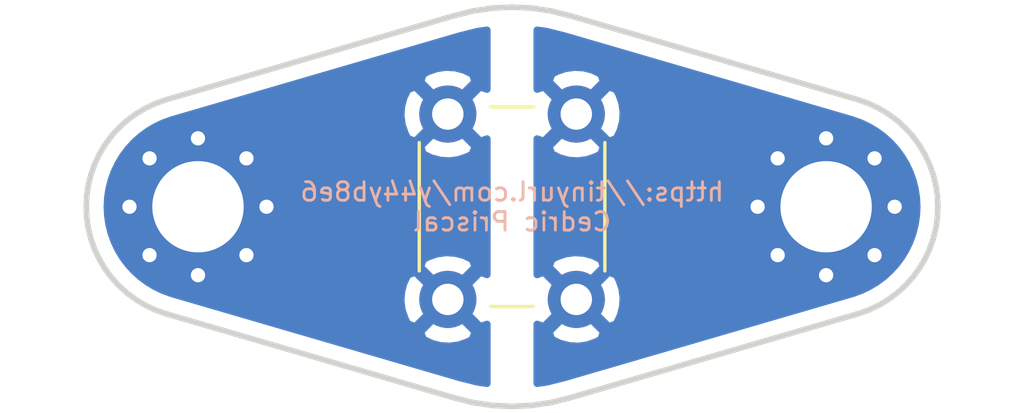
<source format=kicad_pcb>
(kicad_pcb (version 20171130) (host pcbnew 5.1.6-c6e7f7d~87~ubuntu18.04.1)

  (general
    (thickness 1.6)
    (drawings 74)
    (tracks 0)
    (zones 0)
    (modules 3)
    (nets 3)
  )

  (page A4)
  (layers
    (0 F.Cu signal)
    (31 B.Cu signal)
    (32 B.Adhes user)
    (33 F.Adhes user)
    (34 B.Paste user)
    (35 F.Paste user)
    (36 B.SilkS user)
    (37 F.SilkS user)
    (38 B.Mask user)
    (39 F.Mask user)
    (40 Dwgs.User user)
    (41 Cmts.User user)
    (42 Eco1.User user)
    (43 Eco2.User user)
    (44 Edge.Cuts user)
    (45 Margin user)
    (46 B.CrtYd user)
    (47 F.CrtYd user)
    (48 B.Fab user)
    (49 F.Fab user)
  )

  (setup
    (last_trace_width 0.25)
    (trace_clearance 0.2)
    (zone_clearance 0.508)
    (zone_45_only no)
    (trace_min 0.2)
    (via_size 0.8)
    (via_drill 0.4)
    (via_min_size 0.4)
    (via_min_drill 0.3)
    (uvia_size 0.3)
    (uvia_drill 0.1)
    (uvias_allowed no)
    (uvia_min_size 0.2)
    (uvia_min_drill 0.1)
    (edge_width 0.05)
    (segment_width 0.2)
    (pcb_text_width 0.3)
    (pcb_text_size 1.5 1.5)
    (mod_edge_width 0.12)
    (mod_text_size 1 1)
    (mod_text_width 0.15)
    (pad_size 1.1 1.1)
    (pad_drill 1.1)
    (pad_to_mask_clearance 0.05)
    (aux_axis_origin 156.21 87.63)
    (grid_origin 156.21 87.63)
    (visible_elements FFFFFF7F)
    (pcbplotparams
      (layerselection 0x00000_7fffffff)
      (usegerberextensions false)
      (usegerberattributes true)
      (usegerberadvancedattributes true)
      (creategerberjobfile true)
      (excludeedgelayer true)
      (linewidth 0.100000)
      (plotframeref false)
      (viasonmask false)
      (mode 1)
      (useauxorigin true)
      (hpglpennumber 1)
      (hpglpenspeed 20)
      (hpglpendiameter 15.000000)
      (psnegative false)
      (psa4output false)
      (plotreference false)
      (plotvalue false)
      (plotinvisibletext false)
      (padsonsilk true)
      (subtractmaskfromsilk false)
      (outputformat 1)
      (mirror false)
      (drillshape 0)
      (scaleselection 1)
      (outputdirectory "gerber/"))
  )

  (net 0 "")
  (net 1 "Net-(H1-Pad1)")
  (net 2 "Net-(H2-Pad1)")

  (net_class Default "This is the default net class."
    (clearance 0.2)
    (trace_width 0.25)
    (via_dia 0.8)
    (via_drill 0.4)
    (uvia_dia 0.3)
    (uvia_drill 0.1)
    (add_net "Net-(H1-Pad1)")
    (add_net "Net-(H2-Pad1)")
  )

  (module MountingHole:MountingHole_3.2mm_M3_Pad_Via (layer F.Cu) (tedit 56DDBCCA) (tstamp 5F40AF75)
    (at 167.21 87.63)
    (descr "Mounting Hole 3.2mm, M3")
    (tags "mounting hole 3.2mm m3")
    (path /5F4076C1)
    (attr virtual)
    (fp_text reference H2 (at 0 -4.2) (layer F.SilkS) hide
      (effects (font (size 1 1) (thickness 0.15)))
    )
    (fp_text value MountingHole_Pad (at 0 4.2) (layer F.Fab)
      (effects (font (size 1 1) (thickness 0.15)))
    )
    (fp_text user %R (at 0.3 0) (layer F.Fab)
      (effects (font (size 1 1) (thickness 0.15)))
    )
    (fp_circle (center 0 0) (end 3.2 0) (layer Cmts.User) (width 0.15))
    (fp_circle (center 0 0) (end 3.45 0) (layer F.CrtYd) (width 0.05))
    (pad 1 thru_hole circle (at 1.697056 -1.697056) (size 0.8 0.8) (drill 0.5) (layers *.Cu *.Mask)
      (net 2 "Net-(H2-Pad1)"))
    (pad 1 thru_hole circle (at 0 -2.4) (size 0.8 0.8) (drill 0.5) (layers *.Cu *.Mask)
      (net 2 "Net-(H2-Pad1)"))
    (pad 1 thru_hole circle (at -1.697056 -1.697056) (size 0.8 0.8) (drill 0.5) (layers *.Cu *.Mask)
      (net 2 "Net-(H2-Pad1)"))
    (pad 1 thru_hole circle (at -2.4 0) (size 0.8 0.8) (drill 0.5) (layers *.Cu *.Mask)
      (net 2 "Net-(H2-Pad1)"))
    (pad 1 thru_hole circle (at -1.697056 1.697056) (size 0.8 0.8) (drill 0.5) (layers *.Cu *.Mask)
      (net 2 "Net-(H2-Pad1)"))
    (pad 1 thru_hole circle (at 0 2.4) (size 0.8 0.8) (drill 0.5) (layers *.Cu *.Mask)
      (net 2 "Net-(H2-Pad1)"))
    (pad 1 thru_hole circle (at 1.697056 1.697056) (size 0.8 0.8) (drill 0.5) (layers *.Cu *.Mask)
      (net 2 "Net-(H2-Pad1)"))
    (pad 1 thru_hole circle (at 2.4 0) (size 0.8 0.8) (drill 0.5) (layers *.Cu *.Mask)
      (net 2 "Net-(H2-Pad1)"))
    (pad 1 thru_hole circle (at 0 0) (size 6.4 6.4) (drill 3.2) (layers *.Cu *.Mask)
      (net 2 "Net-(H2-Pad1)"))
  )

  (module MountingHole:MountingHole_3.2mm_M3_Pad_Via (layer F.Cu) (tedit 56DDBCCA) (tstamp 5F40AF6D)
    (at 145.21 87.63)
    (descr "Mounting Hole 3.2mm, M3")
    (tags "mounting hole 3.2mm m3")
    (path /5F4071D4)
    (attr virtual)
    (fp_text reference H1 (at 0 -4.2) (layer F.SilkS) hide
      (effects (font (size 1 1) (thickness 0.15)))
    )
    (fp_text value MountingHole_Pad (at 0 4.2) (layer F.Fab)
      (effects (font (size 1 1) (thickness 0.15)))
    )
    (fp_text user %R (at 0.3 0) (layer F.Fab)
      (effects (font (size 1 1) (thickness 0.15)))
    )
    (fp_circle (center 0 0) (end 3.2 0) (layer Cmts.User) (width 0.15))
    (fp_circle (center 0 0) (end 3.45 0) (layer F.CrtYd) (width 0.05))
    (pad 1 thru_hole circle (at 1.697056 -1.697056) (size 0.8 0.8) (drill 0.5) (layers *.Cu *.Mask)
      (net 1 "Net-(H1-Pad1)"))
    (pad 1 thru_hole circle (at 0 -2.4) (size 0.8 0.8) (drill 0.5) (layers *.Cu *.Mask)
      (net 1 "Net-(H1-Pad1)"))
    (pad 1 thru_hole circle (at -1.697056 -1.697056) (size 0.8 0.8) (drill 0.5) (layers *.Cu *.Mask)
      (net 1 "Net-(H1-Pad1)"))
    (pad 1 thru_hole circle (at -2.4 0) (size 0.8 0.8) (drill 0.5) (layers *.Cu *.Mask)
      (net 1 "Net-(H1-Pad1)"))
    (pad 1 thru_hole circle (at -1.697056 1.697056) (size 0.8 0.8) (drill 0.5) (layers *.Cu *.Mask)
      (net 1 "Net-(H1-Pad1)"))
    (pad 1 thru_hole circle (at 0 2.4) (size 0.8 0.8) (drill 0.5) (layers *.Cu *.Mask)
      (net 1 "Net-(H1-Pad1)"))
    (pad 1 thru_hole circle (at 1.697056 1.697056) (size 0.8 0.8) (drill 0.5) (layers *.Cu *.Mask)
      (net 1 "Net-(H1-Pad1)"))
    (pad 1 thru_hole circle (at 2.4 0) (size 0.8 0.8) (drill 0.5) (layers *.Cu *.Mask)
      (net 1 "Net-(H1-Pad1)"))
    (pad 1 thru_hole circle (at 0 0) (size 6.4 6.4) (drill 3.2) (layers *.Cu *.Mask)
      (net 1 "Net-(H1-Pad1)"))
  )

  (module Button_Switch_THT:SW_PUSH_6mm (layer F.Cu) (tedit 5A02FE31) (tstamp 5F40AF94)
    (at 153.96 90.88 90)
    (descr https://www.omron.com/ecb/products/pdf/en-b3f.pdf)
    (tags "tact sw push 6mm")
    (path /5F406BA4)
    (fp_text reference SW1 (at 3.25 -2 90) (layer F.SilkS) hide
      (effects (font (size 1 1) (thickness 0.15)))
    )
    (fp_text value SW_Push_Dual (at 3.75 6.7 90) (layer F.Fab)
      (effects (font (size 1 1) (thickness 0.15)))
    )
    (fp_text user %R (at 3.25 2.25 90) (layer F.Fab)
      (effects (font (size 1 1) (thickness 0.15)))
    )
    (fp_line (start 3.25 -0.75) (end 6.25 -0.75) (layer F.Fab) (width 0.1))
    (fp_line (start 6.25 -0.75) (end 6.25 5.25) (layer F.Fab) (width 0.1))
    (fp_line (start 6.25 5.25) (end 0.25 5.25) (layer F.Fab) (width 0.1))
    (fp_line (start 0.25 5.25) (end 0.25 -0.75) (layer F.Fab) (width 0.1))
    (fp_line (start 0.25 -0.75) (end 3.25 -0.75) (layer F.Fab) (width 0.1))
    (fp_line (start 7.75 6) (end 8 6) (layer F.CrtYd) (width 0.05))
    (fp_line (start 8 6) (end 8 5.75) (layer F.CrtYd) (width 0.05))
    (fp_line (start 7.75 -1.5) (end 8 -1.5) (layer F.CrtYd) (width 0.05))
    (fp_line (start 8 -1.5) (end 8 -1.25) (layer F.CrtYd) (width 0.05))
    (fp_line (start -1.5 -1.25) (end -1.5 -1.5) (layer F.CrtYd) (width 0.05))
    (fp_line (start -1.5 -1.5) (end -1.25 -1.5) (layer F.CrtYd) (width 0.05))
    (fp_line (start -1.5 5.75) (end -1.5 6) (layer F.CrtYd) (width 0.05))
    (fp_line (start -1.5 6) (end -1.25 6) (layer F.CrtYd) (width 0.05))
    (fp_line (start -1.25 -1.5) (end 7.75 -1.5) (layer F.CrtYd) (width 0.05))
    (fp_line (start -1.5 5.75) (end -1.5 -1.25) (layer F.CrtYd) (width 0.05))
    (fp_line (start 7.75 6) (end -1.25 6) (layer F.CrtYd) (width 0.05))
    (fp_line (start 8 -1.25) (end 8 5.75) (layer F.CrtYd) (width 0.05))
    (fp_line (start 1 5.5) (end 5.5 5.5) (layer F.SilkS) (width 0.12))
    (fp_line (start -0.25 1.5) (end -0.25 3) (layer F.SilkS) (width 0.12))
    (fp_line (start 5.5 -1) (end 1 -1) (layer F.SilkS) (width 0.12))
    (fp_line (start 6.75 3) (end 6.75 1.5) (layer F.SilkS) (width 0.12))
    (fp_circle (center 3.25 2.25) (end 1.25 2.5) (layer F.Fab) (width 0.1))
    (pad 1 thru_hole circle (at 6.5 0 180) (size 2 2) (drill 1.1) (layers *.Cu *.Mask)
      (net 1 "Net-(H1-Pad1)"))
    (pad 2 thru_hole circle (at 6.5 4.5 180) (size 2 2) (drill 1.1) (layers *.Cu *.Mask)
      (net 2 "Net-(H2-Pad1)"))
    (pad 1 thru_hole circle (at 0 0 180) (size 2 2) (drill 1.1) (layers *.Cu *.Mask)
      (net 1 "Net-(H1-Pad1)"))
    (pad 2 thru_hole circle (at 0 4.5 180) (size 2 2) (drill 1.1) (layers *.Cu *.Mask)
      (net 2 "Net-(H2-Pad1)"))
    (model ${KISYS3DMOD}/Button_Switch_THT.3dshapes/SW_PUSH_6mm.wrl
      (at (xyz 0 0 0))
      (scale (xyz 1 1 1))
      (rotate (xyz 0 0 0))
    )
  )

  (gr_text "https://tinyurl.com/y44yb8e6\nCedric Priscal" (at 156.21 87.63) (layer B.SilkS)
    (effects (font (size 0.65 0.65) (thickness 0.1)) (justify mirror))
  )
  (gr_circle (center 156.21 87.63) (end 157.96 87.63) (layer F.Fab) (width 0.15))
  (gr_line (start 153.21 90.63) (end 153.21 84.63) (layer F.Fab) (width 0.15) (tstamp 5F40AEF2))
  (gr_line (start 159.21 90.63) (end 153.21 90.63) (layer F.Fab) (width 0.15))
  (gr_line (start 159.21 84.63) (end 159.21 90.63) (layer F.Fab) (width 0.15))
  (gr_line (start 153.21 84.63) (end 159.21 84.63) (layer F.Fab) (width 0.15))
  (gr_line (start 156.21 94.63) (end 156.896111 94.59628) (layer Edge.Cuts) (width 0.2))
  (gr_line (start 155.523889 94.59628) (end 156.21 94.63) (layer Edge.Cuts) (width 0.2))
  (gr_line (start 154.84437 94.49549) (end 155.523889 94.59628) (layer Edge.Cuts) (width 0.2))
  (gr_line (start 154.17802 94.32858) (end 154.84437 94.49549) (layer Edge.Cuts) (width 0.2))
  (gr_line (start 144.0733 91.37721) (end 154.17802 94.32858) (layer Edge.Cuts) (width 0.2))
  (gr_line (start 143.7115 91.24775) (end 144.0733 91.37721) (layer Edge.Cuts) (width 0.2))
  (gr_line (start 143.3641 91.08345) (end 143.7115 91.24775) (layer Edge.Cuts) (width 0.2))
  (gr_line (start 143.0345 90.88589) (end 143.3641 91.08345) (layer Edge.Cuts) (width 0.2))
  (gr_line (start 142.7258 90.65698) (end 143.0345 90.88589) (layer Edge.Cuts) (width 0.2))
  (gr_line (start 142.4411 90.39891) (end 142.7258 90.65698) (layer Edge.Cuts) (width 0.2))
  (gr_line (start 142.183 90.11418) (end 142.4411 90.39891) (layer Edge.Cuts) (width 0.2))
  (gr_line (start 141.9541 89.80551) (end 142.183 90.11418) (layer Edge.Cuts) (width 0.2))
  (gr_line (start 141.7566 89.4759) (end 141.9541 89.80551) (layer Edge.Cuts) (width 0.2))
  (gr_line (start 141.5922 89.12852) (end 141.7566 89.4759) (layer Edge.Cuts) (width 0.2))
  (gr_line (start 141.4628 88.7667) (end 141.5922 89.12852) (layer Edge.Cuts) (width 0.2))
  (gr_line (start 141.3694 88.393931) (end 141.4628 88.7667) (layer Edge.Cuts) (width 0.2))
  (gr_line (start 141.313 88.013804) (end 141.3694 88.393931) (layer Edge.Cuts) (width 0.2))
  (gr_line (start 141.2942 87.63) (end 141.313 88.013804) (layer Edge.Cuts) (width 0.2))
  (gr_line (start 141.313 87.246196) (end 141.2942 87.63) (layer Edge.Cuts) (width 0.2))
  (gr_line (start 141.3694 86.866069) (end 141.313 87.246196) (layer Edge.Cuts) (width 0.2))
  (gr_line (start 141.4628 86.4933) (end 141.3694 86.866069) (layer Edge.Cuts) (width 0.2))
  (gr_line (start 141.5922 86.13148) (end 141.4628 86.4933) (layer Edge.Cuts) (width 0.2))
  (gr_line (start 141.7566 85.7841) (end 141.5922 86.13148) (layer Edge.Cuts) (width 0.2))
  (gr_line (start 141.9541 85.45449) (end 141.7566 85.7841) (layer Edge.Cuts) (width 0.2))
  (gr_line (start 142.183 85.14582) (end 141.9541 85.45449) (layer Edge.Cuts) (width 0.2))
  (gr_line (start 142.4411 84.86109) (end 142.183 85.14582) (layer Edge.Cuts) (width 0.2))
  (gr_line (start 142.7258 84.60302) (end 142.4411 84.86109) (layer Edge.Cuts) (width 0.2))
  (gr_line (start 143.0345 84.37411) (end 142.7258 84.60302) (layer Edge.Cuts) (width 0.2))
  (gr_line (start 143.3641 84.17655) (end 143.0345 84.37411) (layer Edge.Cuts) (width 0.2))
  (gr_line (start 143.7115 84.01225) (end 143.3641 84.17655) (layer Edge.Cuts) (width 0.2))
  (gr_line (start 144.0733 83.88279) (end 143.7115 84.01225) (layer Edge.Cuts) (width 0.2))
  (gr_line (start 154.17802 80.93142) (end 144.0733 83.88279) (layer Edge.Cuts) (width 0.2))
  (gr_line (start 154.84437 80.76451) (end 154.17802 80.93142) (layer Edge.Cuts) (width 0.2))
  (gr_line (start 155.523889 80.66372) (end 154.84437 80.76451) (layer Edge.Cuts) (width 0.2))
  (gr_line (start 156.21 80.63) (end 155.523889 80.66372) (layer Edge.Cuts) (width 0.2))
  (gr_line (start 156.896111 80.66372) (end 156.21 80.63) (layer Edge.Cuts) (width 0.2))
  (gr_line (start 157.57563 80.76451) (end 156.896111 80.66372) (layer Edge.Cuts) (width 0.2))
  (gr_line (start 158.24198 80.93142) (end 157.57563 80.76451) (layer Edge.Cuts) (width 0.2))
  (gr_line (start 168.3467 83.88279) (end 158.24198 80.93142) (layer Edge.Cuts) (width 0.2))
  (gr_line (start 168.7085 84.01225) (end 168.3467 83.88279) (layer Edge.Cuts) (width 0.2))
  (gr_line (start 169.0559 84.17655) (end 168.7085 84.01225) (layer Edge.Cuts) (width 0.2))
  (gr_line (start 169.3855 84.37411) (end 169.0559 84.17655) (layer Edge.Cuts) (width 0.2))
  (gr_line (start 169.6942 84.60302) (end 169.3855 84.37411) (layer Edge.Cuts) (width 0.2))
  (gr_line (start 169.9789 84.86109) (end 169.6942 84.60302) (layer Edge.Cuts) (width 0.2))
  (gr_line (start 170.237 85.14582) (end 169.9789 84.86109) (layer Edge.Cuts) (width 0.2))
  (gr_line (start 170.4659 85.45449) (end 170.237 85.14582) (layer Edge.Cuts) (width 0.2))
  (gr_line (start 170.6634 85.7841) (end 170.4659 85.45449) (layer Edge.Cuts) (width 0.2))
  (gr_line (start 170.8278 86.13148) (end 170.6634 85.7841) (layer Edge.Cuts) (width 0.2))
  (gr_line (start 170.9572 86.4933) (end 170.8278 86.13148) (layer Edge.Cuts) (width 0.2))
  (gr_line (start 171.0506 86.866069) (end 170.9572 86.4933) (layer Edge.Cuts) (width 0.2))
  (gr_line (start 171.107 87.246196) (end 171.0506 86.866069) (layer Edge.Cuts) (width 0.2))
  (gr_line (start 171.1258 87.63) (end 171.107 87.246196) (layer Edge.Cuts) (width 0.2))
  (gr_line (start 171.107 88.013804) (end 171.1258 87.63) (layer Edge.Cuts) (width 0.2))
  (gr_line (start 171.0506 88.393931) (end 171.107 88.013804) (layer Edge.Cuts) (width 0.2))
  (gr_line (start 170.9572 88.7667) (end 171.0506 88.393931) (layer Edge.Cuts) (width 0.2))
  (gr_line (start 170.8278 89.12852) (end 170.9572 88.7667) (layer Edge.Cuts) (width 0.2))
  (gr_line (start 170.6634 89.4759) (end 170.8278 89.12852) (layer Edge.Cuts) (width 0.2))
  (gr_line (start 170.4659 89.80551) (end 170.6634 89.4759) (layer Edge.Cuts) (width 0.2))
  (gr_line (start 170.237 90.11418) (end 170.4659 89.80551) (layer Edge.Cuts) (width 0.2))
  (gr_line (start 169.9789 90.39891) (end 170.237 90.11418) (layer Edge.Cuts) (width 0.2))
  (gr_line (start 169.6942 90.65698) (end 169.9789 90.39891) (layer Edge.Cuts) (width 0.2))
  (gr_line (start 169.3855 90.88589) (end 169.6942 90.65698) (layer Edge.Cuts) (width 0.2))
  (gr_line (start 169.0559 91.08345) (end 169.3855 90.88589) (layer Edge.Cuts) (width 0.2))
  (gr_line (start 168.7085 91.24775) (end 169.0559 91.08345) (layer Edge.Cuts) (width 0.2))
  (gr_line (start 168.3467 91.37721) (end 168.7085 91.24775) (layer Edge.Cuts) (width 0.2))
  (gr_line (start 158.24198 94.32858) (end 168.3467 91.37721) (layer Edge.Cuts) (width 0.2))
  (gr_line (start 157.57563 94.49549) (end 158.24198 94.32858) (layer Edge.Cuts) (width 0.2))
  (gr_line (start 156.896111 94.59628) (end 157.57563 94.49549) (layer Edge.Cuts) (width 0.2))

  (zone (net 1) (net_name "Net-(H1-Pad1)") (layer B.Cu) (tstamp 5F49A9AB) (hatch edge 0.508)
    (connect_pads (clearance 0.508))
    (min_thickness 0.254)
    (fill yes (arc_segments 32) (thermal_gap 0.508) (thermal_bridge_width 0.508))
    (polygon
      (pts
        (xy 155.46 94.88) (xy 140.96 94.88) (xy 140.96 80.38) (xy 155.46 80.38)
      )
    )
    (filled_polygon
      (pts
        (xy 155.333 83.510244) (xy 155.095413 83.424192) (xy 154.139605 84.38) (xy 155.095413 85.335808) (xy 155.333 85.249756)
        (xy 155.333 90.010244) (xy 155.095413 89.924192) (xy 154.139605 90.88) (xy 155.095413 91.835808) (xy 155.333 91.749756)
        (xy 155.333 93.824926) (xy 154.987924 93.773742) (xy 154.370447 93.619073) (xy 148.879932 92.015413) (xy 153.004192 92.015413)
        (xy 153.099956 92.279814) (xy 153.389571 92.420704) (xy 153.701108 92.502384) (xy 154.022595 92.521718) (xy 154.341675 92.477961)
        (xy 154.646088 92.372795) (xy 154.820044 92.279814) (xy 154.915808 92.015413) (xy 153.96 91.059605) (xy 153.004192 92.015413)
        (xy 148.879932 92.015413) (xy 145.206881 90.942595) (xy 152.318282 90.942595) (xy 152.362039 91.261675) (xy 152.467205 91.566088)
        (xy 152.560186 91.740044) (xy 152.824587 91.835808) (xy 153.780395 90.88) (xy 152.824587 89.924192) (xy 152.560186 90.019956)
        (xy 152.419296 90.309571) (xy 152.337616 90.621108) (xy 152.318282 90.942595) (xy 145.206881 90.942595) (xy 144.300343 90.677815)
        (xy 143.993107 90.567879) (xy 143.710993 90.434455) (xy 143.443316 90.274012) (xy 143.192635 90.088124) (xy 142.961448 89.878562)
        (xy 142.840004 89.744587) (xy 153.004192 89.744587) (xy 153.96 90.700395) (xy 154.915808 89.744587) (xy 154.820044 89.480186)
        (xy 154.530429 89.339296) (xy 154.218892 89.257616) (xy 153.897405 89.238282) (xy 153.578325 89.282039) (xy 153.273912 89.387205)
        (xy 153.099956 89.480186) (xy 153.004192 89.744587) (xy 142.840004 89.744587) (xy 142.751848 89.647336) (xy 142.566009 89.396734)
        (xy 142.40557 89.128976) (xy 142.351554 89.014838) (xy 144.004767 89.014838) (xy 144.142724 89.315044) (xy 144.491967 89.490882)
        (xy 144.868804 89.595207) (xy 145.258753 89.624009) (xy 145.646828 89.576184) (xy 146.018116 89.453568) (xy 146.277276 89.315044)
        (xy 146.415233 89.014838) (xy 145.21 87.809605) (xy 144.004767 89.014838) (xy 142.351554 89.014838) (xy 142.272065 88.846878)
        (xy 142.167006 88.553121) (xy 142.091138 88.250324) (xy 142.04535 87.941714) (xy 142.03247 87.678753) (xy 143.215991 87.678753)
        (xy 143.263816 88.066828) (xy 143.386432 88.438116) (xy 143.524956 88.697276) (xy 143.825162 88.835233) (xy 145.030395 87.63)
        (xy 145.389605 87.63) (xy 146.594838 88.835233) (xy 146.895044 88.697276) (xy 147.070882 88.348033) (xy 147.175207 87.971196)
        (xy 147.204009 87.581247) (xy 147.156184 87.193172) (xy 147.033568 86.821884) (xy 146.895044 86.562724) (xy 146.594838 86.424767)
        (xy 145.389605 87.63) (xy 145.030395 87.63) (xy 143.825162 86.424767) (xy 143.524956 86.562724) (xy 143.349118 86.911967)
        (xy 143.244793 87.288804) (xy 143.215991 87.678753) (xy 142.03247 87.678753) (xy 142.030081 87.63) (xy 142.04535 87.318286)
        (xy 142.091138 87.009676) (xy 142.167006 86.706879) (xy 142.272065 86.413122) (xy 142.351553 86.245162) (xy 144.004767 86.245162)
        (xy 145.21 87.450395) (xy 146.415233 86.245162) (xy 146.277276 85.944956) (xy 145.928033 85.769118) (xy 145.551196 85.664793)
        (xy 145.161247 85.635991) (xy 144.773172 85.683816) (xy 144.401884 85.806432) (xy 144.142724 85.944956) (xy 144.004767 86.245162)
        (xy 142.351553 86.245162) (xy 142.40557 86.131024) (xy 142.566009 85.863266) (xy 142.751848 85.612664) (xy 142.840003 85.515413)
        (xy 153.004192 85.515413) (xy 153.099956 85.779814) (xy 153.389571 85.920704) (xy 153.701108 86.002384) (xy 154.022595 86.021718)
        (xy 154.341675 85.977961) (xy 154.646088 85.872795) (xy 154.820044 85.779814) (xy 154.915808 85.515413) (xy 153.96 84.559605)
        (xy 153.004192 85.515413) (xy 142.840003 85.515413) (xy 142.961448 85.381438) (xy 143.192635 85.171876) (xy 143.443316 84.985988)
        (xy 143.710993 84.825545) (xy 143.993107 84.692121) (xy 144.300343 84.582185) (xy 144.778262 84.442595) (xy 152.318282 84.442595)
        (xy 152.362039 84.761675) (xy 152.467205 85.066088) (xy 152.560186 85.240044) (xy 152.824587 85.335808) (xy 153.780395 84.38)
        (xy 152.824587 83.424192) (xy 152.560186 83.519956) (xy 152.419296 83.809571) (xy 152.337616 84.121108) (xy 152.318282 84.442595)
        (xy 144.778262 84.442595) (xy 148.87993 83.244587) (xy 153.004192 83.244587) (xy 153.96 84.200395) (xy 154.915808 83.244587)
        (xy 154.820044 82.980186) (xy 154.530429 82.839296) (xy 154.218892 82.757616) (xy 153.897405 82.738282) (xy 153.578325 82.782039)
        (xy 153.273912 82.887205) (xy 153.099956 82.980186) (xy 153.004192 83.244587) (xy 148.87993 83.244587) (xy 154.370447 81.640927)
        (xy 154.987924 81.486258) (xy 155.333 81.435074)
      )
    )
  )
  (zone (net 2) (net_name "Net-(H2-Pad1)") (layer B.Cu) (tstamp 5F49A9A8) (hatch edge 0.508)
    (connect_pads (clearance 0.508))
    (min_thickness 0.254)
    (fill yes (arc_segments 32) (thermal_gap 0.508) (thermal_bridge_width 0.508))
    (polygon
      (pts
        (xy 171.46 94.88) (xy 156.96 94.88) (xy 156.96 80.38) (xy 171.46 80.38)
      )
    )
    (filled_polygon
      (pts
        (xy 157.432077 81.486259) (xy 158.04959 81.640936) (xy 168.119655 84.582184) (xy 168.426898 84.692123) (xy 168.709014 84.825548)
        (xy 168.976682 84.985987) (xy 169.227362 85.171873) (xy 169.458552 85.381438) (xy 169.668156 85.612668) (xy 169.853993 85.86327)
        (xy 170.014432 86.131027) (xy 170.147936 86.413124) (xy 170.252994 86.70688) (xy 170.328862 87.009677) (xy 170.37465 87.318285)
        (xy 170.389919 87.63) (xy 170.37465 87.941715) (xy 170.328862 88.250323) (xy 170.252994 88.55312) (xy 170.147936 88.846876)
        (xy 170.014432 89.128973) (xy 169.853993 89.39673) (xy 169.668156 89.647332) (xy 169.458552 89.878562) (xy 169.227362 90.088127)
        (xy 168.976682 90.274013) (xy 168.709014 90.434452) (xy 168.426898 90.567877) (xy 168.119655 90.677816) (xy 158.04959 93.619064)
        (xy 157.432077 93.773741) (xy 157.087 93.824925) (xy 157.087 92.015413) (xy 157.504192 92.015413) (xy 157.599956 92.279814)
        (xy 157.889571 92.420704) (xy 158.201108 92.502384) (xy 158.522595 92.521718) (xy 158.841675 92.477961) (xy 159.146088 92.372795)
        (xy 159.320044 92.279814) (xy 159.415808 92.015413) (xy 158.46 91.059605) (xy 157.504192 92.015413) (xy 157.087 92.015413)
        (xy 157.087 91.749756) (xy 157.324587 91.835808) (xy 158.280395 90.88) (xy 158.639605 90.88) (xy 159.595413 91.835808)
        (xy 159.859814 91.740044) (xy 160.000704 91.450429) (xy 160.082384 91.138892) (xy 160.101718 90.817405) (xy 160.057961 90.498325)
        (xy 159.952795 90.193912) (xy 159.859814 90.019956) (xy 159.595413 89.924192) (xy 158.639605 90.88) (xy 158.280395 90.88)
        (xy 157.324587 89.924192) (xy 157.087 90.010244) (xy 157.087 89.744587) (xy 157.504192 89.744587) (xy 158.46 90.700395)
        (xy 159.415808 89.744587) (xy 159.320044 89.480186) (xy 159.030429 89.339296) (xy 158.718892 89.257616) (xy 158.397405 89.238282)
        (xy 158.078325 89.282039) (xy 157.773912 89.387205) (xy 157.599956 89.480186) (xy 157.504192 89.744587) (xy 157.087 89.744587)
        (xy 157.087 89.014838) (xy 166.004767 89.014838) (xy 166.142724 89.315044) (xy 166.491967 89.490882) (xy 166.868804 89.595207)
        (xy 167.258753 89.624009) (xy 167.646828 89.576184) (xy 168.018116 89.453568) (xy 168.277276 89.315044) (xy 168.415233 89.014838)
        (xy 167.21 87.809605) (xy 166.004767 89.014838) (xy 157.087 89.014838) (xy 157.087 87.678753) (xy 165.215991 87.678753)
        (xy 165.263816 88.066828) (xy 165.386432 88.438116) (xy 165.524956 88.697276) (xy 165.825162 88.835233) (xy 167.030395 87.63)
        (xy 167.389605 87.63) (xy 168.594838 88.835233) (xy 168.895044 88.697276) (xy 169.070882 88.348033) (xy 169.175207 87.971196)
        (xy 169.204009 87.581247) (xy 169.156184 87.193172) (xy 169.033568 86.821884) (xy 168.895044 86.562724) (xy 168.594838 86.424767)
        (xy 167.389605 87.63) (xy 167.030395 87.63) (xy 165.825162 86.424767) (xy 165.524956 86.562724) (xy 165.349118 86.911967)
        (xy 165.244793 87.288804) (xy 165.215991 87.678753) (xy 157.087 87.678753) (xy 157.087 86.245162) (xy 166.004767 86.245162)
        (xy 167.21 87.450395) (xy 168.415233 86.245162) (xy 168.277276 85.944956) (xy 167.928033 85.769118) (xy 167.551196 85.664793)
        (xy 167.161247 85.635991) (xy 166.773172 85.683816) (xy 166.401884 85.806432) (xy 166.142724 85.944956) (xy 166.004767 86.245162)
        (xy 157.087 86.245162) (xy 157.087 85.515413) (xy 157.504192 85.515413) (xy 157.599956 85.779814) (xy 157.889571 85.920704)
        (xy 158.201108 86.002384) (xy 158.522595 86.021718) (xy 158.841675 85.977961) (xy 159.146088 85.872795) (xy 159.320044 85.779814)
        (xy 159.415808 85.515413) (xy 158.46 84.559605) (xy 157.504192 85.515413) (xy 157.087 85.515413) (xy 157.087 85.249756)
        (xy 157.324587 85.335808) (xy 158.280395 84.38) (xy 158.639605 84.38) (xy 159.595413 85.335808) (xy 159.859814 85.240044)
        (xy 160.000704 84.950429) (xy 160.082384 84.638892) (xy 160.101718 84.317405) (xy 160.057961 83.998325) (xy 159.952795 83.693912)
        (xy 159.859814 83.519956) (xy 159.595413 83.424192) (xy 158.639605 84.38) (xy 158.280395 84.38) (xy 157.324587 83.424192)
        (xy 157.087 83.510244) (xy 157.087 83.244587) (xy 157.504192 83.244587) (xy 158.46 84.200395) (xy 159.415808 83.244587)
        (xy 159.320044 82.980186) (xy 159.030429 82.839296) (xy 158.718892 82.757616) (xy 158.397405 82.738282) (xy 158.078325 82.782039)
        (xy 157.773912 82.887205) (xy 157.599956 82.980186) (xy 157.504192 83.244587) (xy 157.087 83.244587) (xy 157.087 81.435075)
      )
    )
  )
)

</source>
